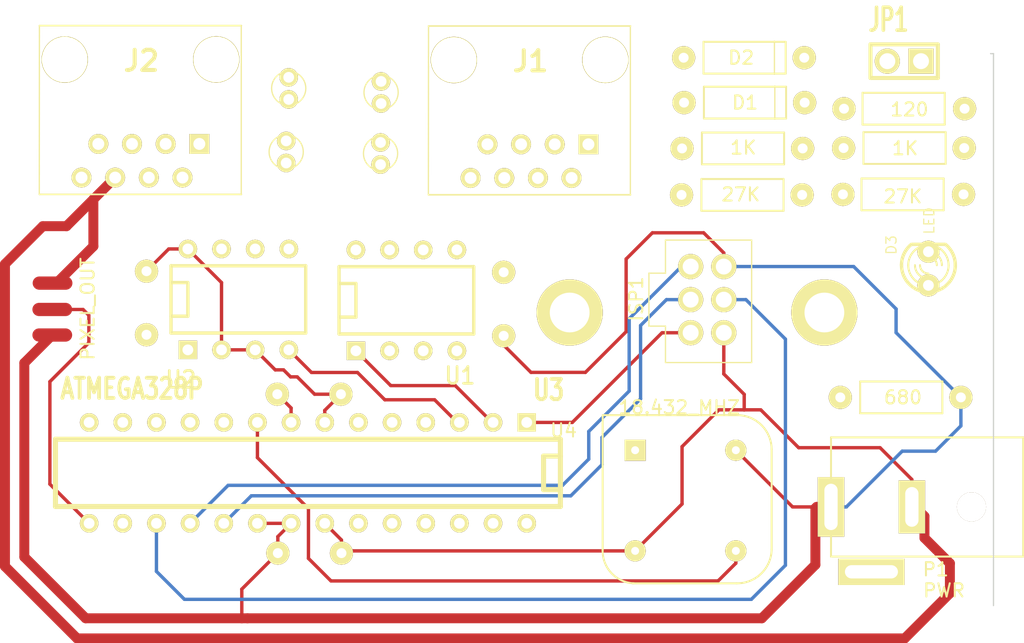
<source format=kicad_pcb>
(kicad_pcb (version 3) (host pcbnew "(2013-07-07 BZR 4022)-stable")

  (general
    (links 72)
    (no_connects 44)
    (area 0 0 0 0)
    (thickness 1.6)
    (drawings 2)
    (tracks 131)
    (zones 0)
    (modules 29)
    (nets 22)
  )

  (page A3)
  (layers
    (15 F.Cu signal)
    (0 B.Cu signal)
    (16 B.Adhes user)
    (17 F.Adhes user)
    (18 B.Paste user)
    (19 F.Paste user)
    (20 B.SilkS user)
    (21 F.SilkS user)
    (22 B.Mask user)
    (23 F.Mask user)
    (24 Dwgs.User user)
    (25 Cmts.User user)
    (26 Eco1.User user)
    (27 Eco2.User user)
    (28 Edge.Cuts user)
  )

  (setup
    (last_trace_width 0.254)
    (user_trace_width 0.5)
    (user_trace_width 0.75)
    (user_trace_width 1.2)
    (user_trace_width 2)
    (user_trace_width 3.5)
    (user_trace_width 4)
    (trace_clearance 0.254)
    (zone_clearance 0.508)
    (zone_45_only no)
    (trace_min 0.254)
    (segment_width 0.2)
    (edge_width 0.1)
    (via_size 0.889)
    (via_drill 0.635)
    (via_min_size 0.889)
    (via_min_drill 0.508)
    (user_via 1 0.8)
    (user_via 2.75 2.5)
    (uvia_size 0.508)
    (uvia_drill 0.127)
    (uvias_allowed no)
    (uvia_min_size 0.508)
    (uvia_min_drill 0.127)
    (pcb_text_width 0.3)
    (pcb_text_size 1.5 1.5)
    (mod_edge_width 0.15)
    (mod_text_size 1 1)
    (mod_text_width 0.15)
    (pad_size 5 5)
    (pad_drill 3)
    (pad_to_mask_clearance 0)
    (aux_axis_origin 0 0)
    (visible_elements FFFFFFBF)
    (pcbplotparams
      (layerselection 3178497)
      (usegerberextensions true)
      (excludeedgelayer true)
      (linewidth 0.150000)
      (plotframeref false)
      (viasonmask false)
      (mode 1)
      (useauxorigin false)
      (hpglpennumber 1)
      (hpglpenspeed 20)
      (hpglpendiameter 15)
      (hpglpenoverlay 2)
      (psnegative false)
      (psa4output false)
      (plotreference true)
      (plotvalue true)
      (plotothertext true)
      (plotinvisibletext false)
      (padsonsilk false)
      (subtractmaskfromsilk false)
      (outputformat 1)
      (mirror false)
      (drillshape 1)
      (scaleselection 1)
      (outputdirectory ""))
  )

  (net 0 "")
  (net 1 +5V)
  (net 2 GND)
  (net 3 N-000001)
  (net 4 N-0000010)
  (net 5 N-0000011)
  (net 6 N-0000013)
  (net 7 N-0000015)
  (net 8 N-0000016)
  (net 9 N-0000017)
  (net 10 N-0000018)
  (net 11 N-0000019)
  (net 12 N-000002)
  (net 13 N-0000020)
  (net 14 N-0000022)
  (net 15 N-000003)
  (net 16 N-000004)
  (net 17 N-000005)
  (net 18 N-000006)
  (net 19 N-000007)
  (net 20 N-000008)
  (net 21 N-000009)

  (net_class Default "This is the default net class."
    (clearance 0.254)
    (trace_width 0.254)
    (via_dia 0.889)
    (via_drill 0.635)
    (uvia_dia 0.508)
    (uvia_drill 0.127)
    (add_net "")
    (add_net +5V)
    (add_net GND)
    (add_net N-000001)
    (add_net N-0000010)
    (add_net N-0000011)
    (add_net N-0000013)
    (add_net N-0000015)
    (add_net N-0000016)
    (add_net N-0000017)
    (add_net N-0000018)
    (add_net N-0000019)
    (add_net N-000002)
    (add_net N-0000020)
    (add_net N-0000022)
    (add_net N-000003)
    (add_net N-000004)
    (add_net N-000005)
    (add_net N-000006)
    (add_net N-000007)
    (add_net N-000008)
    (add_net N-000009)
  )

  (module TESTPOINT-CIRCLE (layer F.Cu) (tedit 5422399F) (tstamp 556A7E1D)
    (at 179.26 141.35 90)
    (descr "Connecteurs 2 pins")
    (tags "CONN DEV")
    (path /556063E0)
    (fp_text reference TP2 (at 0 -1.524 90) (layer F.SilkS) hide
      (effects (font (size 0.762 0.762) (thickness 0.1524)))
    )
    (fp_text value TESTPOINT (at 0.127 1.524 90) (layer F.SilkS) hide
      (effects (font (size 0.762 0.762) (thickness 0.1524)))
    )
    (fp_circle (center 0.01 0) (end -1.28 -0.01) (layer F.SilkS) (width 0.1))
    (pad 1 thru_hole circle (at -0.83 0 90) (size 1.397 1.397) (drill 0.8128)
      (layers *.Cu *.Mask F.SilkS)
      (net 7 N-0000015)
    )
    (pad 1 thru_hole circle (at 0.84 0 90) (size 1.397 1.397) (drill 0.8128)
      (layers *.Cu *.Mask F.SilkS)
      (net 7 N-0000015)
    )
    (model connectors/testpoint.wrl
      (at (xyz 0 0 0))
      (scale (xyz 1 1 1))
      (rotate (xyz 0 0 0))
    )
  )

  (module TESTPOINT-CIRCLE (layer F.Cu) (tedit 5422399F) (tstamp 556A7E24)
    (at 179.07 146.15 90)
    (descr "Connecteurs 2 pins")
    (tags "CONN DEV")
    (path /556063DA)
    (fp_text reference TP1 (at 0 -1.524 90) (layer F.SilkS) hide
      (effects (font (size 0.762 0.762) (thickness 0.1524)))
    )
    (fp_text value TESTPOINT (at 0.127 1.524 90) (layer F.SilkS) hide
      (effects (font (size 0.762 0.762) (thickness 0.1524)))
    )
    (fp_circle (center 0.01 0) (end -1.28 -0.01) (layer F.SilkS) (width 0.1))
    (pad 1 thru_hole circle (at -0.83 0 90) (size 1.397 1.397) (drill 0.8128)
      (layers *.Cu *.Mask F.SilkS)
      (net 4 N-0000010)
    )
    (pad 1 thru_hole circle (at 0.84 0 90) (size 1.397 1.397) (drill 0.8128)
      (layers *.Cu *.Mask F.SilkS)
      (net 4 N-0000010)
    )
    (model connectors/testpoint.wrl
      (at (xyz 0 0 0))
      (scale (xyz 1 1 1))
      (rotate (xyz 0 0 0))
    )
  )

  (module TESTPOINT-CIRCLE (layer F.Cu) (tedit 5422399F) (tstamp 556A7E2B)
    (at 186.23 141.66 90)
    (descr "Connecteurs 2 pins")
    (tags "CONN DEV")
    (path /55605EB1)
    (fp_text reference TP4 (at 0 -1.524 90) (layer F.SilkS) hide
      (effects (font (size 0.762 0.762) (thickness 0.1524)))
    )
    (fp_text value TESTPOINT (at 0.127 1.524 90) (layer F.SilkS) hide
      (effects (font (size 0.762 0.762) (thickness 0.1524)))
    )
    (fp_circle (center 0.01 0) (end -1.28 -0.01) (layer F.SilkS) (width 0.1))
    (pad 1 thru_hole circle (at -0.83 0 90) (size 1.397 1.397) (drill 0.8128)
      (layers *.Cu *.Mask F.SilkS)
      (net 5 N-0000011)
    )
    (pad 1 thru_hole circle (at 0.84 0 90) (size 1.397 1.397) (drill 0.8128)
      (layers *.Cu *.Mask F.SilkS)
      (net 5 N-0000011)
    )
    (model connectors/testpoint.wrl
      (at (xyz 0 0 0))
      (scale (xyz 1 1 1))
      (rotate (xyz 0 0 0))
    )
  )

  (module TESTPOINT-CIRCLE (layer F.Cu) (tedit 5422399F) (tstamp 556A7E32)
    (at 186.19 146.27 90)
    (descr "Connecteurs 2 pins")
    (tags "CONN DEV")
    (path /55605E9A)
    (fp_text reference TP3 (at 0 -1.524 90) (layer F.SilkS) hide
      (effects (font (size 0.762 0.762) (thickness 0.1524)))
    )
    (fp_text value TESTPOINT (at 0.127 1.524 90) (layer F.SilkS) hide
      (effects (font (size 0.762 0.762) (thickness 0.1524)))
    )
    (fp_circle (center 0.01 0) (end -1.28 -0.01) (layer F.SilkS) (width 0.1))
    (pad 1 thru_hole circle (at -0.83 0 90) (size 1.397 1.397) (drill 0.8128)
      (layers *.Cu *.Mask F.SilkS)
      (net 19 N-000007)
    )
    (pad 1 thru_hole circle (at 0.84 0 90) (size 1.397 1.397) (drill 0.8128)
      (layers *.Cu *.Mask F.SilkS)
      (net 19 N-000007)
    )
    (model connectors/testpoint.wrl
      (at (xyz 0 0 0))
      (scale (xyz 1 1 1))
      (rotate (xyz 0 0 0))
    )
  )

  (module RJ45_8_SHORT (layer F.Cu) (tedit 5422258F) (tstamp 556A7E44)
    (at 168.07 139.19 180)
    (tags RJ45)
    (path /556017D8)
    (fp_text reference J2 (at -0.075 -0.075 180) (layer F.SilkS)
      (effects (font (size 1.524 1.524) (thickness 0.3048)))
    )
    (fp_text value 215877-1 (at 0.04 -11.28 180) (layer F.SilkS) hide
      (effects (font (size 1.00076 1.00076) (thickness 0.2032)))
    )
    (fp_line (start -7.61 2.58) (end -7.61 -10.18) (layer F.SilkS) (width 0.1))
    (fp_line (start 7.62 2.58) (end 7.63 -10.17) (layer F.SilkS) (width 0.1))
    (fp_line (start -7.62 2.584) (end 7.62 2.584) (layer F.SilkS) (width 0.127))
    (fp_line (start 7.62 -10.16) (end -7.62 -10.16) (layer F.SilkS) (width 0.127))
    (pad Hole thru_hole circle (at 5.71 0.02 180) (size 3.5 3.5) (drill 3.4)
      (layers *.Cu *.Mask F.SilkS)
    )
    (pad Hole thru_hole circle (at -5.72 0.03 180) (size 3.5 3.5) (drill 3.4)
      (layers *.Cu *.Mask F.SilkS)
    )
    (pad 1 thru_hole rect (at -4.445 -6.35 180) (size 1.50114 1.50114) (drill 0.89916)
      (layers *.Cu *.Mask F.SilkS)
      (net 2 GND)
    )
    (pad 2 thru_hole circle (at -3.175 -8.89 180) (size 1.50114 1.50114) (drill 0.89916)
      (layers *.Cu *.Mask F.SilkS)
      (net 2 GND)
    )
    (pad 3 thru_hole circle (at -1.905 -6.35 180) (size 1.50114 1.50114) (drill 0.89916)
      (layers *.Cu *.Mask F.SilkS)
      (net 21 N-000009)
    )
    (pad 4 thru_hole circle (at -0.635 -8.89 180) (size 1.50114 1.50114) (drill 0.89916)
      (layers *.Cu *.Mask F.SilkS)
      (net 7 N-0000015)
    )
    (pad 5 thru_hole circle (at 0.635 -6.35 180) (size 1.50114 1.50114) (drill 0.89916)
      (layers *.Cu *.Mask F.SilkS)
      (net 4 N-0000010)
    )
    (pad 6 thru_hole circle (at 1.905 -8.89 180) (size 1.50114 1.50114) (drill 0.89916)
      (layers *.Cu *.Mask F.SilkS)
      (net 2 GND)
    )
    (pad 7 thru_hole circle (at 3.175 -6.35 180) (size 1.50114 1.50114) (drill 0.89916)
      (layers *.Cu *.Mask F.SilkS)
      (net 14 N-0000022)
    )
    (pad 8 thru_hole circle (at 4.445 -8.89 180) (size 1.50114 1.50114) (drill 0.89916)
      (layers *.Cu *.Mask F.SilkS)
      (net 14 N-0000022)
    )
    (model connectors/RJ45_8.wrl
      (at (xyz 0 0 0))
      (scale (xyz 0.4 0.4 0.4))
      (rotate (xyz 0 0 0))
    )
  )

  (module RJ45_8_SHORT (layer F.Cu) (tedit 5422258F) (tstamp 556A7E56)
    (at 197.43 139.22 180)
    (tags RJ45)
    (path /556017C9)
    (fp_text reference J1 (at -0.075 -0.075 180) (layer F.SilkS)
      (effects (font (size 1.524 1.524) (thickness 0.3048)))
    )
    (fp_text value 215877-1 (at 0.04 -11.28 180) (layer F.SilkS) hide
      (effects (font (size 1.00076 1.00076) (thickness 0.2032)))
    )
    (fp_line (start -7.61 2.58) (end -7.61 -10.18) (layer F.SilkS) (width 0.1))
    (fp_line (start 7.62 2.58) (end 7.63 -10.17) (layer F.SilkS) (width 0.1))
    (fp_line (start -7.62 2.584) (end 7.62 2.584) (layer F.SilkS) (width 0.127))
    (fp_line (start 7.62 -10.16) (end -7.62 -10.16) (layer F.SilkS) (width 0.127))
    (pad Hole thru_hole circle (at 5.71 0.02 180) (size 3.5 3.5) (drill 3.4)
      (layers *.Cu *.Mask F.SilkS)
    )
    (pad Hole thru_hole circle (at -5.72 0.03 180) (size 3.5 3.5) (drill 3.4)
      (layers *.Cu *.Mask F.SilkS)
    )
    (pad 1 thru_hole rect (at -4.445 -6.35 180) (size 1.50114 1.50114) (drill 0.89916)
      (layers *.Cu *.Mask F.SilkS)
      (net 2 GND)
    )
    (pad 2 thru_hole circle (at -3.175 -8.89 180) (size 1.50114 1.50114) (drill 0.89916)
      (layers *.Cu *.Mask F.SilkS)
      (net 2 GND)
    )
    (pad 3 thru_hole circle (at -1.905 -6.35 180) (size 1.50114 1.50114) (drill 0.89916)
      (layers *.Cu *.Mask F.SilkS)
      (net 21 N-000009)
    )
    (pad 4 thru_hole circle (at -0.635 -8.89 180) (size 1.50114 1.50114) (drill 0.89916)
      (layers *.Cu *.Mask F.SilkS)
      (net 11 N-0000019)
    )
    (pad 5 thru_hole circle (at 0.635 -6.35 180) (size 1.50114 1.50114) (drill 0.89916)
      (layers *.Cu *.Mask F.SilkS)
      (net 13 N-0000020)
    )
    (pad 6 thru_hole circle (at 1.905 -8.89 180) (size 1.50114 1.50114) (drill 0.89916)
      (layers *.Cu *.Mask F.SilkS)
      (net 2 GND)
    )
    (pad 7 thru_hole circle (at 3.175 -6.35 180) (size 1.50114 1.50114) (drill 0.89916)
      (layers *.Cu *.Mask F.SilkS)
      (net 14 N-0000022)
    )
    (pad 8 thru_hole circle (at 4.445 -8.89 180) (size 1.50114 1.50114) (drill 0.89916)
      (layers *.Cu *.Mask F.SilkS)
      (net 14 N-0000022)
    )
    (model connectors/RJ45_8.wrl
      (at (xyz 0 0 0))
      (scale (xyz 0.4 0.4 0.4))
      (rotate (xyz 0 0 0))
    )
  )

  (module Resisitor (layer F.Cu) (tedit 556A81E3) (tstamp 556A7E60)
    (at 225.58 149.35 180)
    (path /556017F1)
    (fp_text reference R2 (at 0 2.2 180) (layer F.SilkS) hide
      (effects (font (size 1 1) (thickness 0.15)))
    )
    (fp_text value 27K (at -0.02 -0.16 180) (layer F.SilkS)
      (effects (font (size 1 1) (thickness 0.15)))
    )
    (fp_line (start 3.1 1.2) (end 3.1 -1.2) (layer F.SilkS) (width 0.15))
    (fp_line (start -3.1 1.2) (end -3.1 -1.2) (layer F.SilkS) (width 0.15))
    (fp_line (start -3.1 1.2) (end 3.1 1.2) (layer F.SilkS) (width 0.15))
    (fp_line (start 3.1 -1.2) (end -3.1 -1.2) (layer F.SilkS) (width 0.15))
    (pad 1 thru_hole circle (at -4.6 0 180) (size 1.75 1.75) (drill 0.75)
      (layers *.Cu *.Mask F.SilkS)
      (net 1 +5V)
    )
    (pad 2 thru_hole circle (at 4.5 0 180) (size 1.75 1.75) (drill 0.75)
      (layers *.Cu *.Mask F.SilkS)
      (net 19 N-000007)
    )
  )

  (module Resisitor (layer F.Cu) (tedit 556A81E5) (tstamp 556A7E6A)
    (at 225.73 145.85)
    (path /556017FE)
    (fp_text reference R3 (at 0 2.2) (layer F.SilkS) hide
      (effects (font (size 1 1) (thickness 0.15)))
    )
    (fp_text value 1K (at 0.04 0.02) (layer F.SilkS)
      (effects (font (size 1 1) (thickness 0.15)))
    )
    (fp_line (start 3.1 1.2) (end 3.1 -1.2) (layer F.SilkS) (width 0.15))
    (fp_line (start -3.1 1.2) (end -3.1 -1.2) (layer F.SilkS) (width 0.15))
    (fp_line (start -3.1 1.2) (end 3.1 1.2) (layer F.SilkS) (width 0.15))
    (fp_line (start 3.1 -1.2) (end -3.1 -1.2) (layer F.SilkS) (width 0.15))
    (pad 1 thru_hole circle (at -4.6 0) (size 1.75 1.75) (drill 0.75)
      (layers *.Cu *.Mask F.SilkS)
      (net 19 N-000007)
    )
    (pad 2 thru_hole circle (at 4.5 0) (size 1.75 1.75) (drill 0.75)
      (layers *.Cu *.Mask F.SilkS)
      (net 13 N-0000020)
    )
  )

  (module Resisitor (layer F.Cu) (tedit 556A81E7) (tstamp 556A7E74)
    (at 213.54 145.88)
    (path /55601804)
    (fp_text reference R4 (at 0 2.2) (layer F.SilkS) hide
      (effects (font (size 1 1) (thickness 0.15)))
    )
    (fp_text value 1K (at 0.02 -0.06) (layer F.SilkS)
      (effects (font (size 1 1) (thickness 0.15)))
    )
    (fp_line (start 3.1 1.2) (end 3.1 -1.2) (layer F.SilkS) (width 0.15))
    (fp_line (start -3.1 1.2) (end -3.1 -1.2) (layer F.SilkS) (width 0.15))
    (fp_line (start -3.1 1.2) (end 3.1 1.2) (layer F.SilkS) (width 0.15))
    (fp_line (start 3.1 -1.2) (end -3.1 -1.2) (layer F.SilkS) (width 0.15))
    (pad 1 thru_hole circle (at -4.6 0) (size 1.75 1.75) (drill 0.75)
      (layers *.Cu *.Mask F.SilkS)
      (net 11 N-0000019)
    )
    (pad 2 thru_hole circle (at 4.5 0) (size 1.75 1.75) (drill 0.75)
      (layers *.Cu *.Mask F.SilkS)
      (net 5 N-0000011)
    )
  )

  (module Resisitor (layer F.Cu) (tedit 556A81E9) (tstamp 556A7E7E)
    (at 213.5 149.39)
    (path /5560180A)
    (fp_text reference R5 (at 0 2.2) (layer F.SilkS) hide
      (effects (font (size 1 1) (thickness 0.15)))
    )
    (fp_text value 27K (at -0.13 -0.03) (layer F.SilkS)
      (effects (font (size 1 1) (thickness 0.15)))
    )
    (fp_line (start 3.1 1.2) (end 3.1 -1.2) (layer F.SilkS) (width 0.15))
    (fp_line (start -3.1 1.2) (end -3.1 -1.2) (layer F.SilkS) (width 0.15))
    (fp_line (start -3.1 1.2) (end 3.1 1.2) (layer F.SilkS) (width 0.15))
    (fp_line (start 3.1 -1.2) (end -3.1 -1.2) (layer F.SilkS) (width 0.15))
    (pad 1 thru_hole circle (at -4.6 0) (size 1.75 1.75) (drill 0.75)
      (layers *.Cu *.Mask F.SilkS)
      (net 5 N-0000011)
    )
    (pad 2 thru_hole circle (at 4.5 0) (size 1.75 1.75) (drill 0.75)
      (layers *.Cu *.Mask F.SilkS)
      (net 2 GND)
    )
  )

  (module Resisitor (layer F.Cu) (tedit 556A8795) (tstamp 556A7E88)
    (at 225.66 142.88 180)
    (path /55601964)
    (fp_text reference R1 (at 0 2.2 180) (layer F.SilkS) hide
      (effects (font (size 1 1) (thickness 0.15)))
    )
    (fp_text value 120 (at -0.44 -0.06 180) (layer F.SilkS)
      (effects (font (size 1 1) (thickness 0.15)))
    )
    (fp_line (start 3.1 1.2) (end 3.1 -1.2) (layer F.SilkS) (width 0.15))
    (fp_line (start -3.1 1.2) (end -3.1 -1.2) (layer F.SilkS) (width 0.15))
    (fp_line (start -3.1 1.2) (end 3.1 1.2) (layer F.SilkS) (width 0.15))
    (fp_line (start 3.1 -1.2) (end -3.1 -1.2) (layer F.SilkS) (width 0.15))
    (pad 1 thru_hole circle (at -4.6 0 180) (size 1.75 1.75) (drill 0.75)
      (layers *.Cu *.Mask F.SilkS)
      (net 13 N-0000020)
    )
    (pad 2 thru_hole circle (at 4.5 0 180) (size 1.75 1.75) (drill 0.75)
      (layers *.Cu *.Mask F.SilkS)
      (net 18 N-000006)
    )
  )

  (module Resisitor (layer F.Cu) (tedit 556A81D8) (tstamp 556A7E92)
    (at 225.48 164.68)
    (path /55603BF8)
    (fp_text reference R6 (at 0 2.2) (layer F.SilkS) hide
      (effects (font (size 1 1) (thickness 0.15)))
    )
    (fp_text value 680 (at 0.13 0) (layer F.SilkS)
      (effects (font (size 1 1) (thickness 0.15)))
    )
    (fp_line (start 3.1 1.2) (end 3.1 -1.2) (layer F.SilkS) (width 0.15))
    (fp_line (start -3.1 1.2) (end -3.1 -1.2) (layer F.SilkS) (width 0.15))
    (fp_line (start -3.1 1.2) (end 3.1 1.2) (layer F.SilkS) (width 0.15))
    (fp_line (start 3.1 -1.2) (end -3.1 -1.2) (layer F.SilkS) (width 0.15))
    (pad 1 thru_hole circle (at -4.6 0) (size 1.75 1.75) (drill 0.75)
      (layers *.Cu *.Mask F.SilkS)
      (net 10 N-0000018)
    )
    (pad 2 thru_hole circle (at 4.5 0) (size 1.75 1.75) (drill 0.75)
      (layers *.Cu *.Mask F.SilkS)
      (net 1 +5V)
    )
  )

  (module POWER_IN (layer F.Cu) (tedit 556A81D3) (tstamp 556A7E9E)
    (at 227.38 176.02 180)
    (path /5560409D)
    (fp_text reference P1 (at -0.7 -1.65 180) (layer F.SilkS)
      (effects (font (size 1 1) (thickness 0.15)))
    )
    (fp_text value PWR (at -1.33 -3.24 180) (layer F.SilkS)
      (effects (font (size 1 1) (thickness 0.15)))
    )
    (fp_line (start 7.2 8.32) (end 7.2 -0.68) (layer F.SilkS) (width 0.15))
    (fp_line (start 7.2 8.32) (end -7.3 8.32) (layer F.SilkS) (width 0.15))
    (fp_line (start -7.3 8.32) (end -7.3 -0.68) (layer F.SilkS) (width 0.15))
    (fp_line (start -7.3 -0.68) (end 7.2 -0.68) (layer F.SilkS) (width 0.15))
    (pad "" thru_hole rect (at 4.15 -1.83 180) (size 5 2) (drill oval 4 1)
      (layers *.Cu *.Mask F.SilkS)
    )
    (pad 1 thru_hole rect (at 7.2 3.07 180) (size 2 4.5) (drill oval 1 3.5)
      (layers *.Cu *.Mask F.SilkS)
      (net 1 +5V)
    )
    (pad 2 thru_hole rect (at 1.1 3.07 180) (size 2 4) (drill oval 1 3)
      (layers *.Cu *.Mask F.SilkS)
      (net 2 GND)
    )
    (pad "" thru_hole circle (at -3.4 3.07 180) (size 2.2 2.2) (drill 2.2)
      (layers *.Cu *.Mask F.SilkS)
    )
  )

  (module LED-3MM (layer F.Cu) (tedit 556A81D6) (tstamp 556A7EBE)
    (at 227.53 154.95 90)
    (descr "LED 3mm - Lead pitch 100mil (2,54mm)")
    (tags "LED led 3mm 3MM 100mil 2,54mm")
    (path /55603AB2)
    (fp_text reference D3 (at 1.778 -2.794 90) (layer F.SilkS)
      (effects (font (size 0.762 0.762) (thickness 0.0889)))
    )
    (fp_text value LED (at 3.61 0.06 90) (layer F.SilkS)
      (effects (font (size 0.762 0.762) (thickness 0.0889)))
    )
    (fp_line (start 1.8288 1.27) (end 1.8288 -1.27) (layer F.SilkS) (width 0.254))
    (fp_arc (start 0.254 0) (end -1.27 0) (angle 39.8) (layer F.SilkS) (width 0.1524))
    (fp_arc (start 0.254 0) (end -0.88392 1.01092) (angle 41.6) (layer F.SilkS) (width 0.1524))
    (fp_arc (start 0.254 0) (end 1.4097 -0.9906) (angle 40.6) (layer F.SilkS) (width 0.1524))
    (fp_arc (start 0.254 0) (end 1.778 0) (angle 39.8) (layer F.SilkS) (width 0.1524))
    (fp_arc (start 0.254 0) (end 0.254 -1.524) (angle 54.4) (layer F.SilkS) (width 0.1524))
    (fp_arc (start 0.254 0) (end -0.9652 -0.9144) (angle 53.1) (layer F.SilkS) (width 0.1524))
    (fp_arc (start 0.254 0) (end 1.45542 0.93472) (angle 52.1) (layer F.SilkS) (width 0.1524))
    (fp_arc (start 0.254 0) (end 0.254 1.524) (angle 52.1) (layer F.SilkS) (width 0.1524))
    (fp_arc (start 0.254 0) (end -0.381 0) (angle 90) (layer F.SilkS) (width 0.1524))
    (fp_arc (start 0.254 0) (end -0.762 0) (angle 90) (layer F.SilkS) (width 0.1524))
    (fp_arc (start 0.254 0) (end 0.889 0) (angle 90) (layer F.SilkS) (width 0.1524))
    (fp_arc (start 0.254 0) (end 1.27 0) (angle 90) (layer F.SilkS) (width 0.1524))
    (fp_arc (start 0.254 0) (end 0.254 -2.032) (angle 50.1) (layer F.SilkS) (width 0.254))
    (fp_arc (start 0.254 0) (end -1.5367 -0.95504) (angle 61.9) (layer F.SilkS) (width 0.254))
    (fp_arc (start 0.254 0) (end 1.8034 1.31064) (angle 49.7) (layer F.SilkS) (width 0.254))
    (fp_arc (start 0.254 0) (end 0.254 2.032) (angle 60.2) (layer F.SilkS) (width 0.254))
    (fp_arc (start 0.254 0) (end -1.778 0) (angle 28.3) (layer F.SilkS) (width 0.254))
    (fp_arc (start 0.254 0) (end -1.47574 1.06426) (angle 31.6) (layer F.SilkS) (width 0.254))
    (pad 1 thru_hole circle (at -1.27 0 90) (size 1.6764 1.6764) (drill 0.8128)
      (layers *.Cu *.Mask F.SilkS)
      (net 10 N-0000018)
    )
    (pad 2 thru_hole circle (at 1.27 0 90) (size 1.6764 1.6764) (drill 0.8128)
      (layers *.Cu *.Mask F.SilkS)
      (net 2 GND)
    )
    (model discret/leds/led3_vertical_verde.wrl
      (at (xyz 0 0 0))
      (scale (xyz 1 1 1))
      (rotate (xyz 0 0 0))
    )
  )

  (module JUMPER (layer F.Cu) (tedit 556A81DD) (tstamp 556A7EC8)
    (at 225.7 139.29 180)
    (descr "Connecteurs 2 pins")
    (tags "CONN DEV")
    (path /5560196C)
    (fp_text reference JP1 (at 1.18 3.13 180) (layer F.SilkS)
      (effects (font (size 1.72974 1.08712) (thickness 0.3048)))
    )
    (fp_text value JUMPER (at 0 -2.54 180) (layer F.SilkS) hide
      (effects (font (size 1.524 1.016) (thickness 0.3048)))
    )
    (fp_line (start -2.54 1.27) (end -2.54 -1.27) (layer F.SilkS) (width 0.3048))
    (fp_line (start -2.54 -1.27) (end 2.54 -1.27) (layer F.SilkS) (width 0.3048))
    (fp_line (start 2.54 -1.27) (end 2.54 1.27) (layer F.SilkS) (width 0.3048))
    (fp_line (start 2.54 1.27) (end -2.54 1.27) (layer F.SilkS) (width 0.3048))
    (pad 1 thru_hole rect (at -1.27 0 180) (size 1.9 1.9) (drill 1.2)
      (layers *.Cu *.Mask F.SilkS)
      (net 18 N-000006)
    )
    (pad 2 thru_hole circle (at 1.27 0 180) (size 1.9 1.9) (drill 1.2)
      (layers *.Cu *.Mask F.SilkS)
      (net 11 N-0000019)
    )
  )

  (module ISP (layer F.Cu) (tedit 556A81A9) (tstamp 556A7EDB)
    (at 210.69 157.8 90)
    (path /55601846)
    (fp_text reference ISP1 (at 0.55 -5.21 90) (layer F.SilkS)
      (effects (font (size 1 1) (thickness 0.15)))
    )
    (fp_text value ISP (at 0 -4.1 90) (layer F.SilkS) hide
      (effects (font (size 1 1) (thickness 0.15)))
    )
    (fp_line (start -1.5 -4.25) (end 2.5 -4.25) (layer F.SilkS) (width 0.1))
    (fp_line (start 2.5 -4.25) (end 2.5 -3) (layer F.SilkS) (width 0.1))
    (fp_line (start 2.5 -3) (end 5 -3) (layer F.SilkS) (width 0.1))
    (fp_line (start -2 -3) (end -1.5 -3) (layer F.SilkS) (width 0.1))
    (fp_line (start -1.5 -3) (end -1.5 -4.25) (layer F.SilkS) (width 0.1))
    (fp_line (start -2 -3) (end -4.25 -3) (layer F.SilkS) (width 0.1))
    (fp_line (start -4.25 -3) (end -4.25 3.5) (layer F.SilkS) (width 0.1))
    (fp_line (start -4.25 3.5) (end 5 3.5) (layer F.SilkS) (width 0.1))
    (fp_line (start 5 3.5) (end 5 -3) (layer F.SilkS) (width 0.1))
    (pad 1 thru_hole circle (at 3 -1.1 90) (size 1.9 1.9) (drill 1.2)
      (layers *.Cu *.Mask F.SilkS)
      (net 3 N-000001)
    )
    (pad 3 thru_hole circle (at 0.5 -1.1 90) (size 1.9 1.9) (drill 1.2)
      (layers *.Cu *.Mask F.SilkS)
      (net 9 N-0000017)
    )
    (pad 5 thru_hole circle (at -2 -1.1 90) (size 1.9 1.9) (drill 1.2)
      (layers *.Cu *.Mask F.SilkS)
      (net 12 N-000002)
    )
    (pad 2 thru_hole circle (at 3 1.4 90) (size 1.9 1.9) (drill 1.2)
      (layers *.Cu *.Mask F.SilkS)
      (net 1 +5V)
    )
    (pad 4 thru_hole circle (at 0.5 1.4 90) (size 1.9 1.9) (drill 1.2)
      (layers *.Cu *.Mask F.SilkS)
      (net 8 N-0000016)
    )
    (pad 6 thru_hole circle (at -2 1.4 90) (size 1.9 1.9) (drill 1.2)
      (layers *.Cu *.Mask F.SilkS)
      (net 2 GND)
    )
  )

  (module DIP-8__300 (layer F.Cu) (tedit 556A8841) (tstamp 556A7EEE)
    (at 175.46 157.28)
    (descr "8 pins DIL package, round pads")
    (tags DIL)
    (path /5560183E)
    (fp_text reference U2 (at -4.34 6.06) (layer F.SilkS)
      (effects (font (size 1.27 1.143) (thickness 0.2032)))
    )
    (fp_text value SN65LBC176AP (at 0.48 5.77) (layer F.SilkS) hide
      (effects (font (size 1.27 1.016) (thickness 0.2032)))
    )
    (fp_line (start -5.08 -1.27) (end -3.81 -1.27) (layer F.SilkS) (width 0.254))
    (fp_line (start -3.81 -1.27) (end -3.81 1.27) (layer F.SilkS) (width 0.254))
    (fp_line (start -3.81 1.27) (end -5.08 1.27) (layer F.SilkS) (width 0.254))
    (fp_line (start -5.08 -2.54) (end 5.08 -2.54) (layer F.SilkS) (width 0.254))
    (fp_line (start 5.08 -2.54) (end 5.08 2.54) (layer F.SilkS) (width 0.254))
    (fp_line (start 5.08 2.54) (end -5.08 2.54) (layer F.SilkS) (width 0.254))
    (fp_line (start -5.08 2.54) (end -5.08 -2.54) (layer F.SilkS) (width 0.254))
    (pad 1 thru_hole rect (at -3.81 3.81) (size 1.397 1.397) (drill 0.8128)
      (layers *.Cu *.Mask F.SilkS)
    )
    (pad 2 thru_hole circle (at -1.27 3.81) (size 1.397 1.397) (drill 0.8128)
      (layers *.Cu *.Mask F.SilkS)
      (net 1 +5V)
    )
    (pad 3 thru_hole circle (at 1.27 3.81) (size 1.397 1.397) (drill 0.8128)
      (layers *.Cu *.Mask F.SilkS)
      (net 1 +5V)
    )
    (pad 4 thru_hole circle (at 3.81 3.81) (size 1.397 1.397) (drill 0.8128)
      (layers *.Cu *.Mask F.SilkS)
      (net 16 N-000004)
    )
    (pad 5 thru_hole circle (at 3.81 -3.81) (size 1.397 1.397) (drill 0.8128)
      (layers *.Cu *.Mask F.SilkS)
      (net 2 GND)
    )
    (pad 6 thru_hole circle (at 1.27 -3.81) (size 1.397 1.397) (drill 0.8128)
      (layers *.Cu *.Mask F.SilkS)
      (net 4 N-0000010)
    )
    (pad 7 thru_hole circle (at -1.27 -3.81) (size 1.397 1.397) (drill 0.8128)
      (layers *.Cu *.Mask F.SilkS)
      (net 7 N-0000015)
    )
    (pad 8 thru_hole circle (at -3.81 -3.81) (size 1.397 1.397) (drill 0.8128)
      (layers *.Cu *.Mask F.SilkS)
      (net 1 +5V)
    )
    (model dil/dil_8.wrl
      (at (xyz 0 0 0))
      (scale (xyz 1 1 1))
      (rotate (xyz 0 0 0))
    )
  )

  (module DIP-8__300 (layer F.Cu) (tedit 556A81B2) (tstamp 556A7F01)
    (at 188.14 157.35)
    (descr "8 pins DIL package, round pads")
    (tags DIL)
    (path /55601831)
    (fp_text reference U1 (at 4.04 5.69) (layer F.SilkS)
      (effects (font (size 1.27 1.143) (thickness 0.2032)))
    )
    (fp_text value SN65LBC176AP (at 0 0) (layer F.SilkS) hide
      (effects (font (size 1.27 1.016) (thickness 0.2032)))
    )
    (fp_line (start -5.08 -1.27) (end -3.81 -1.27) (layer F.SilkS) (width 0.254))
    (fp_line (start -3.81 -1.27) (end -3.81 1.27) (layer F.SilkS) (width 0.254))
    (fp_line (start -3.81 1.27) (end -5.08 1.27) (layer F.SilkS) (width 0.254))
    (fp_line (start -5.08 -2.54) (end 5.08 -2.54) (layer F.SilkS) (width 0.254))
    (fp_line (start 5.08 -2.54) (end 5.08 2.54) (layer F.SilkS) (width 0.254))
    (fp_line (start 5.08 2.54) (end -5.08 2.54) (layer F.SilkS) (width 0.254))
    (fp_line (start -5.08 2.54) (end -5.08 -2.54) (layer F.SilkS) (width 0.254))
    (pad 1 thru_hole rect (at -3.81 3.81) (size 1.397 1.397) (drill 0.8128)
      (layers *.Cu *.Mask F.SilkS)
      (net 17 N-000005)
    )
    (pad 2 thru_hole circle (at -1.27 3.81) (size 1.397 1.397) (drill 0.8128)
      (layers *.Cu *.Mask F.SilkS)
      (net 2 GND)
    )
    (pad 3 thru_hole circle (at 1.27 3.81) (size 1.397 1.397) (drill 0.8128)
      (layers *.Cu *.Mask F.SilkS)
      (net 2 GND)
    )
    (pad 4 thru_hole circle (at 3.81 3.81) (size 1.397 1.397) (drill 0.8128)
      (layers *.Cu *.Mask F.SilkS)
    )
    (pad 5 thru_hole circle (at 3.81 -3.81) (size 1.397 1.397) (drill 0.8128)
      (layers *.Cu *.Mask F.SilkS)
      (net 2 GND)
    )
    (pad 6 thru_hole circle (at 1.27 -3.81) (size 1.397 1.397) (drill 0.8128)
      (layers *.Cu *.Mask F.SilkS)
      (net 19 N-000007)
    )
    (pad 7 thru_hole circle (at -1.27 -3.81) (size 1.397 1.397) (drill 0.8128)
      (layers *.Cu *.Mask F.SilkS)
      (net 5 N-0000011)
    )
    (pad 8 thru_hole circle (at -3.81 -3.81) (size 1.397 1.397) (drill 0.8128)
      (layers *.Cu *.Mask F.SilkS)
      (net 1 +5V)
    )
    (model dil/dil_8.wrl
      (at (xyz 0 0 0))
      (scale (xyz 1 1 1))
      (rotate (xyz 0 0 0))
    )
  )

  (module DIP-28__300 (layer F.Cu) (tedit 556A86D9) (tstamp 556A7F28)
    (at 180.71 170.38 180)
    (descr "28 pins DIL package, round pads, width 300mil")
    (tags DIL)
    (path /55602A34)
    (fp_text reference U3 (at -18.16 6.26 180) (layer F.SilkS)
      (effects (font (size 1.524 1.143) (thickness 0.3048)))
    )
    (fp_text value ATMEGA328P (at 13.28 6.35 180) (layer F.SilkS)
      (effects (font (size 1.524 1.143) (thickness 0.3048)))
    )
    (fp_line (start -19.05 -2.54) (end 19.05 -2.54) (layer F.SilkS) (width 0.381))
    (fp_line (start 19.05 -2.54) (end 19.05 2.54) (layer F.SilkS) (width 0.381))
    (fp_line (start 19.05 2.54) (end -19.05 2.54) (layer F.SilkS) (width 0.381))
    (fp_line (start -19.05 2.54) (end -19.05 -2.54) (layer F.SilkS) (width 0.381))
    (fp_line (start -19.05 -1.27) (end -17.78 -1.27) (layer F.SilkS) (width 0.381))
    (fp_line (start -17.78 -1.27) (end -17.78 1.27) (layer F.SilkS) (width 0.381))
    (fp_line (start -17.78 1.27) (end -19.05 1.27) (layer F.SilkS) (width 0.381))
    (pad 2 thru_hole circle (at -13.97 3.81 180) (size 1.397 1.397) (drill 0.8128)
      (layers *.Cu *.Mask F.SilkS)
      (net 17 N-000005)
    )
    (pad 3 thru_hole circle (at -11.43 3.81 180) (size 1.397 1.397) (drill 0.8128)
      (layers *.Cu *.Mask F.SilkS)
      (net 16 N-000004)
    )
    (pad 4 thru_hole circle (at -8.89 3.81 180) (size 1.397 1.397) (drill 0.8128)
      (layers *.Cu *.Mask F.SilkS)
    )
    (pad 5 thru_hole circle (at -6.35 3.81 180) (size 1.397 1.397) (drill 0.8128)
      (layers *.Cu *.Mask F.SilkS)
    )
    (pad 6 thru_hole circle (at -3.81 3.81 180) (size 1.397 1.397) (drill 0.8128)
      (layers *.Cu *.Mask F.SilkS)
    )
    (pad 7 thru_hole circle (at -1.27 3.81 180) (size 1.397 1.397) (drill 0.8128)
      (layers *.Cu *.Mask F.SilkS)
      (net 1 +5V)
    )
    (pad 8 thru_hole circle (at 1.27 3.81 180) (size 1.397 1.397) (drill 0.8128)
      (layers *.Cu *.Mask F.SilkS)
      (net 2 GND)
    )
    (pad 9 thru_hole circle (at 3.81 3.81 180) (size 1.397 1.397) (drill 0.8128)
      (layers *.Cu *.Mask F.SilkS)
      (net 15 N-000003)
    )
    (pad 10 thru_hole circle (at 6.35 3.81 180) (size 1.397 1.397) (drill 0.8128)
      (layers *.Cu *.Mask F.SilkS)
    )
    (pad 11 thru_hole circle (at 8.89 3.81 180) (size 1.397 1.397) (drill 0.8128)
      (layers *.Cu *.Mask F.SilkS)
    )
    (pad 12 thru_hole circle (at 11.43 3.81 180) (size 1.397 1.397) (drill 0.8128)
      (layers *.Cu *.Mask F.SilkS)
    )
    (pad 13 thru_hole circle (at 13.97 3.81 180) (size 1.397 1.397) (drill 0.8128)
      (layers *.Cu *.Mask F.SilkS)
    )
    (pad 14 thru_hole circle (at 16.51 3.81 180) (size 1.397 1.397) (drill 0.8128)
      (layers *.Cu *.Mask F.SilkS)
    )
    (pad 1 thru_hole rect (at -16.51 3.81 180) (size 1.397 1.397) (drill 0.8128)
      (layers *.Cu *.Mask F.SilkS)
      (net 12 N-000002)
    )
    (pad 15 thru_hole circle (at 16.51 -3.81 180) (size 1.397 1.397) (drill 0.8128)
      (layers *.Cu *.Mask F.SilkS)
      (net 6 N-0000013)
    )
    (pad 16 thru_hole circle (at 13.97 -3.81 180) (size 1.397 1.397) (drill 0.8128)
      (layers *.Cu *.Mask F.SilkS)
    )
    (pad 17 thru_hole circle (at 11.43 -3.81 180) (size 1.397 1.397) (drill 0.8128)
      (layers *.Cu *.Mask F.SilkS)
      (net 8 N-0000016)
    )
    (pad 18 thru_hole circle (at 8.89 -3.81 180) (size 1.397 1.397) (drill 0.8128)
      (layers *.Cu *.Mask F.SilkS)
      (net 3 N-000001)
    )
    (pad 19 thru_hole circle (at 6.35 -3.81 180) (size 1.397 1.397) (drill 0.8128)
      (layers *.Cu *.Mask F.SilkS)
      (net 9 N-0000017)
    )
    (pad 20 thru_hole circle (at 3.81 -3.81 180) (size 1.397 1.397) (drill 0.8128)
      (layers *.Cu *.Mask F.SilkS)
      (net 1 +5V)
    )
    (pad 21 thru_hole circle (at 1.27 -3.81 180) (size 1.397 1.397) (drill 0.8128)
      (layers *.Cu *.Mask F.SilkS)
      (net 1 +5V)
    )
    (pad 22 thru_hole circle (at -1.27 -3.81 180) (size 1.397 1.397) (drill 0.8128)
      (layers *.Cu *.Mask F.SilkS)
      (net 2 GND)
    )
    (pad 23 thru_hole circle (at -3.81 -3.81 180) (size 1.397 1.397) (drill 0.8128)
      (layers *.Cu *.Mask F.SilkS)
    )
    (pad 24 thru_hole circle (at -6.35 -3.81 180) (size 1.397 1.397) (drill 0.8128)
      (layers *.Cu *.Mask F.SilkS)
    )
    (pad 25 thru_hole circle (at -8.89 -3.81 180) (size 1.397 1.397) (drill 0.8128)
      (layers *.Cu *.Mask F.SilkS)
    )
    (pad 26 thru_hole circle (at -11.43 -3.81 180) (size 1.397 1.397) (drill 0.8128)
      (layers *.Cu *.Mask F.SilkS)
    )
    (pad 27 thru_hole circle (at -13.97 -3.81 180) (size 1.397 1.397) (drill 0.8128)
      (layers *.Cu *.Mask F.SilkS)
    )
    (pad 28 thru_hole circle (at -16.51 -3.81 180) (size 1.397 1.397) (drill 0.8128)
      (layers *.Cu *.Mask F.SilkS)
    )
    (model dil/dil_28-w300.wrl
      (at (xyz 0 0 0))
      (scale (xyz 1 1 1))
      (rotate (xyz 0 0 0))
    )
  )

  (module Diode (layer F.Cu) (tedit 556A80D7) (tstamp 556A7F33)
    (at 213.66 139.03)
    (path /5560181F)
    (fp_text reference D2 (at -0.26 0) (layer F.SilkS)
      (effects (font (size 1 1) (thickness 0.15)))
    )
    (fp_text value IN5229 (at 0 -2) (layer F.SilkS) hide
      (effects (font (size 1 1) (thickness 0.15)))
    )
    (fp_line (start 2.25 -1.25) (end 2.25 1.25) (layer F.SilkS) (width 0.1))
    (fp_line (start 3.1 1.2) (end 3.1 -1.2) (layer F.SilkS) (width 0.15))
    (fp_line (start -3.1 1.2) (end -3.1 -1.2) (layer F.SilkS) (width 0.15))
    (fp_line (start -3.1 1.2) (end 3.1 1.2) (layer F.SilkS) (width 0.15))
    (fp_line (start 3.1 -1.2) (end -3.1 -1.2) (layer F.SilkS) (width 0.15))
    (pad 1 thru_hole circle (at -4.6 0) (size 1.75 1.75) (drill 0.75)
      (layers *.Cu *.Mask F.SilkS)
      (net 20 N-000008)
    )
    (pad 2 thru_hole circle (at 4.5 0) (size 1.75 1.75) (drill 0.75)
      (layers *.Cu *.Mask F.SilkS)
      (net 2 GND)
    )
  )

  (module Diode (layer F.Cu) (tedit 540DAE41) (tstamp 556A7F3E)
    (at 213.69 142.42)
    (path /55601812)
    (fp_text reference D1 (at 0 0) (layer F.SilkS)
      (effects (font (size 1 1) (thickness 0.15)))
    )
    (fp_text value IN5239 (at 0 -2) (layer F.SilkS) hide
      (effects (font (size 1 1) (thickness 0.15)))
    )
    (fp_line (start 2.25 -1.25) (end 2.25 1.25) (layer F.SilkS) (width 0.1))
    (fp_line (start 3.1 1.2) (end 3.1 -1.2) (layer F.SilkS) (width 0.15))
    (fp_line (start -3.1 1.2) (end -3.1 -1.2) (layer F.SilkS) (width 0.15))
    (fp_line (start -3.1 1.2) (end 3.1 1.2) (layer F.SilkS) (width 0.15))
    (fp_line (start 3.1 -1.2) (end -3.1 -1.2) (layer F.SilkS) (width 0.15))
    (pad 1 thru_hole circle (at -4.6 0) (size 1.75 1.75) (drill 0.75)
      (layers *.Cu *.Mask F.SilkS)
      (net 20 N-000008)
    )
    (pad 2 thru_hole circle (at 4.5 0) (size 1.75 1.75) (drill 0.75)
      (layers *.Cu *.Mask F.SilkS)
      (net 5 N-0000011)
    )
  )

  (module 18.432MHz (layer F.Cu) (tedit 556A8744) (tstamp 556A7F4D)
    (at 209 172.02)
    (path /55601855)
    (fp_text reference U4 (at -9 -4.84) (layer F.SilkS)
      (effects (font (size 1 1) (thickness 0.15)))
    )
    (fp_text value 18.432_MHZ (at -0.27 -6.59) (layer F.SilkS)
      (effects (font (size 1 1) (thickness 0.15)))
    )
    (fp_line (start -6.05 4.2) (end -6.05 -6) (layer F.SilkS) (width 0.15))
    (fp_line (start 4.05 6.7) (end -3.8 6.7) (layer F.SilkS) (width 0.15))
    (fp_line (start 6.7 4.15) (end 6.7 -3.45) (layer F.SilkS) (width 0.15))
    (fp_line (start -6 -6) (end 4.2 -6) (layer F.SilkS) (width 0.15))
    (fp_arc (start 4.1 -3.4) (end 4.1 -6) (angle 90) (layer F.SilkS) (width 0.15))
    (fp_arc (start 4.1 4.1) (end 6.7 4.15) (angle 90) (layer F.SilkS) (width 0.15))
    (fp_arc (start -3.6 4.25) (end -3.7 6.7) (angle 90) (layer F.SilkS) (width 0.15))
    (pad 1 thru_hole rect (at -3.6 -3.35) (size 1.6 1.6) (drill 0.6)
      (layers *.Cu *.Mask F.SilkS)
    )
    (pad 4 thru_hole circle (at -3.6 4.25) (size 1.6 1.6) (drill 0.6)
      (layers *.Cu *.Mask F.SilkS)
      (net 2 GND)
    )
    (pad 8 thru_hole circle (at 4 -3.35) (size 1.6 1.6) (drill 0.6)
      (layers *.Cu *.Mask F.SilkS)
      (net 1 +5V)
    )
    (pad 5 thru_hole circle (at 4 4.25) (size 1.6 1.6) (drill 0.6)
      (layers *.Cu *.Mask F.SilkS)
      (net 15 N-000003)
    )
  )

  (module .1uF (layer F.Cu) (tedit 5426C3BF) (tstamp 556A7F53)
    (at 180.9 164.44)
    (path /55601C84)
    (fp_text reference C2 (at -2.5 1.75) (layer F.SilkS) hide
      (effects (font (size 1 1) (thickness 0.15)))
    )
    (fp_text value .1uF (at 0 1.5) (layer F.SilkS) hide
      (effects (font (size 1 1) (thickness 0.15)))
    )
    (pad 1 thru_hole circle (at -2.5 0) (size 1.75 1.75) (drill 0.75)
      (layers *.Cu *.Mask F.SilkS)
      (net 2 GND)
    )
    (pad 2 thru_hole circle (at 2.3 0) (size 1.75 1.75) (drill 0.75)
      (layers *.Cu *.Mask F.SilkS)
      (net 1 +5V)
    )
  )

  (module .1uF (layer F.Cu) (tedit 5426C3BF) (tstamp 556A7F59)
    (at 168.53 157.45 90)
    (path /55601C91)
    (fp_text reference C1 (at -2.5 1.75 90) (layer F.SilkS) hide
      (effects (font (size 1 1) (thickness 0.15)))
    )
    (fp_text value .1uF (at 0 1.5 90) (layer F.SilkS) hide
      (effects (font (size 1 1) (thickness 0.15)))
    )
    (pad 1 thru_hole circle (at -2.5 0 90) (size 1.75 1.75) (drill 0.75)
      (layers *.Cu *.Mask F.SilkS)
      (net 2 GND)
    )
    (pad 2 thru_hole circle (at 2.3 0 90) (size 1.75 1.75) (drill 0.75)
      (layers *.Cu *.Mask F.SilkS)
      (net 1 +5V)
    )
  )

  (module .1uF (layer F.Cu) (tedit 5426C3BF) (tstamp 556A7F5F)
    (at 180.94 176.44)
    (path /55602C49)
    (fp_text reference C4 (at -2.5 1.75) (layer F.SilkS) hide
      (effects (font (size 1 1) (thickness 0.15)))
    )
    (fp_text value .1uF (at 0 1.5) (layer F.SilkS) hide
      (effects (font (size 1 1) (thickness 0.15)))
    )
    (pad 1 thru_hole circle (at -2.5 0) (size 1.75 1.75) (drill 0.75)
      (layers *.Cu *.Mask F.SilkS)
      (net 1 +5V)
    )
    (pad 2 thru_hole circle (at 2.3 0) (size 1.75 1.75) (drill 0.75)
      (layers *.Cu *.Mask F.SilkS)
      (net 2 GND)
    )
  )

  (module .1uF (layer F.Cu) (tedit 5426C3BF) (tstamp 556A7F65)
    (at 195.48 157.73 270)
    (path /55602C4F)
    (fp_text reference C3 (at -2.5 1.75 270) (layer F.SilkS) hide
      (effects (font (size 1 1) (thickness 0.15)))
    )
    (fp_text value .1uF (at 0 1.5 270) (layer F.SilkS) hide
      (effects (font (size 1 1) (thickness 0.15)))
    )
    (pad 1 thru_hole circle (at -2.5 0 270) (size 1.75 1.75) (drill 0.75)
      (layers *.Cu *.Mask F.SilkS)
      (net 2 GND)
    )
    (pad 2 thru_hole circle (at 2.3 0 270) (size 1.75 1.75) (drill 0.75)
      (layers *.Cu *.Mask F.SilkS)
      (net 1 +5V)
    )
  )

  (module PIXEL_OUT (layer F.Cu) (tedit 556A88F1) (tstamp 556A807B)
    (at 161.42 158.04 270)
    (path /556A6E20)
    (fp_text reference P2 (at -0.09 -3.12 270) (layer F.SilkS) hide
      (effects (font (size 1 1) (thickness 0.15)))
    )
    (fp_text value PIXEL_OUT (at -0.04 -2.67 270) (layer F.SilkS)
      (effects (font (size 1 1) (thickness 0.15)))
    )
    (pad 1 smd oval (at 1.93 0 270) (size 1 3)
      (layers F.Cu F.Paste F.Mask)
      (net 1 +5V)
    )
    (pad 2 smd oval (at -1.99 -0.02 270) (size 1 3)
      (layers F.Cu F.Paste F.Mask)
      (net 2 GND)
    )
    (pad 3 smd oval (at 0 0 270) (size 1 3)
      (layers F.Cu F.Paste F.Mask)
      (net 6 N-0000013)
    )
  )

  (module ScrewHole (layer F.Cu) (tedit 556A82B5) (tstamp 556A8800)
    (at 200.46 158.27)
    (fp_text reference "" (at 0 4.1) (layer F.SilkS) hide
      (effects (font (size 1 1) (thickness 0.15)))
    )
    (fp_text value "" (at 0 -2.6) (layer F.SilkS) hide
      (effects (font (size 1 1) (thickness 0.15)))
    )
    (pad "" thru_hole circle (at 0 0) (size 5 5) (drill 3)
      (layers *.Cu *.Mask F.SilkS)
    )
  )

  (module ScrewHole (layer F.Cu) (tedit 556A82B5) (tstamp 556A8829)
    (at 219.68 158.27)
    (fp_text reference "" (at 0 4.1) (layer F.SilkS) hide
      (effects (font (size 1 1) (thickness 0.15)))
    )
    (fp_text value "" (at 0 -2.6) (layer F.SilkS) hide
      (effects (font (size 1 1) (thickness 0.15)))
    )
    (pad "" thru_hole circle (at 0 0) (size 5 5) (drill 3)
      (layers *.Cu *.Mask F.SilkS)
    )
  )

  (gr_line (start 232.44 138.72) (end 232.44 180.4) (angle 90) (layer Edge.Cuts) (width 0.1))
  (gr_line (start 232.44 138.72) (end 232.22 138.72) (angle 90) (layer Edge.Cuts) (width 0.1))

  (segment (start 195.48 160.03) (end 195.48 160.73) (width 0.254) (layer F.Cu) (net 1) (status C00000))
  (segment (start 212.09 153.77) (end 212.09 154.8) (width 0.254) (layer F.Cu) (net 1) (tstamp 556A8FED) (status 800000))
  (segment (start 210.57 152.25) (end 212.09 153.77) (width 0.254) (layer F.Cu) (net 1) (tstamp 556A8FEC))
  (segment (start 206.7 152.25) (end 210.57 152.25) (width 0.254) (layer F.Cu) (net 1) (tstamp 556A8FEA))
  (segment (start 204.72 154.23) (end 206.7 152.25) (width 0.254) (layer F.Cu) (net 1) (tstamp 556A8FE8))
  (segment (start 204.72 159.72) (end 204.72 154.23) (width 0.254) (layer F.Cu) (net 1) (tstamp 556A8FE6))
  (segment (start 201.65 162.79) (end 204.72 159.72) (width 0.254) (layer F.Cu) (net 1) (tstamp 556A8FE4))
  (segment (start 197.54 162.79) (end 201.65 162.79) (width 0.254) (layer F.Cu) (net 1) (tstamp 556A8FE2))
  (segment (start 195.48 160.73) (end 197.54 162.79) (width 0.254) (layer F.Cu) (net 1) (tstamp 556A8FE1) (status 400000))
  (segment (start 174.19 161.09) (end 174.19 156.01) (width 0.254) (layer F.Cu) (net 1) (status 400000))
  (segment (start 174.19 156.01) (end 171.65 153.47) (width 0.254) (layer F.Cu) (net 1) (tstamp 556A8FD9) (status 800000))
  (segment (start 171.65 153.47) (end 170.21 153.47) (width 0.254) (layer F.Cu) (net 1) (tstamp 556A8FDB) (status 400000))
  (segment (start 170.21 153.47) (end 168.53 155.15) (width 0.254) (layer F.Cu) (net 1) (tstamp 556A8FDC) (status 800000))
  (segment (start 176.73 161.09) (end 174.19 161.09) (width 0.254) (layer F.Cu) (net 1) (status C00000))
  (segment (start 183.2 164.44) (end 181.21 164.44) (width 0.254) (layer F.Cu) (net 1) (status 400000))
  (segment (start 178.24 162.6) (end 176.73 161.09) (width 0.254) (layer F.Cu) (net 1) (tstamp 556A8FD4) (status 800000))
  (segment (start 178.87 162.6) (end 178.24 162.6) (width 0.254) (layer F.Cu) (net 1) (tstamp 556A8FD3))
  (segment (start 179.4 163.13) (end 178.87 162.6) (width 0.254) (layer F.Cu) (net 1) (tstamp 556A8FD2))
  (segment (start 179.9 163.13) (end 179.4 163.13) (width 0.254) (layer F.Cu) (net 1) (tstamp 556A8FD1))
  (segment (start 181.21 164.44) (end 179.9 163.13) (width 0.254) (layer F.Cu) (net 1) (tstamp 556A8FD0))
  (segment (start 181.98 166.57) (end 181.98 165.66) (width 0.254) (layer F.Cu) (net 1) (status 400000))
  (segment (start 181.98 165.66) (end 183.2 164.44) (width 0.254) (layer F.Cu) (net 1) (tstamp 556A8FCD) (status 800000))
  (segment (start 212.09 154.8) (end 221.89 154.8) (width 0.254) (layer B.Cu) (net 1) (status 400000))
  (segment (start 225.09 159.79) (end 229.98 164.68) (width 0.254) (layer B.Cu) (net 1) (tstamp 556A8F7B) (status 800000))
  (segment (start 225.09 158) (end 225.09 159.79) (width 0.254) (layer B.Cu) (net 1) (tstamp 556A8F79))
  (segment (start 221.89 154.8) (end 225.09 158) (width 0.254) (layer B.Cu) (net 1) (tstamp 556A8F77))
  (segment (start 220.18 172.95) (end 221.34 172.95) (width 0.254) (layer B.Cu) (net 1) (status 400000))
  (segment (start 229.98 166.83) (end 229.98 164.68) (width 0.254) (layer B.Cu) (net 1) (tstamp 556A8F6A) (status 800000))
  (segment (start 228.07 168.74) (end 229.98 166.83) (width 0.254) (layer B.Cu) (net 1) (tstamp 556A8F68))
  (segment (start 225.55 168.74) (end 228.07 168.74) (width 0.254) (layer B.Cu) (net 1) (tstamp 556A8F66))
  (segment (start 221.34 172.95) (end 225.55 168.74) (width 0.254) (layer B.Cu) (net 1) (tstamp 556A8F64))
  (segment (start 220.18 172.95) (end 217.28 172.95) (width 0.254) (layer F.Cu) (net 1) (status 400000))
  (segment (start 217.28 172.95) (end 213 168.67) (width 0.254) (layer F.Cu) (net 1) (tstamp 556A8F60) (status 800000))
  (segment (start 176.9 174.19) (end 179.44 174.19) (width 0.254) (layer F.Cu) (net 1))
  (segment (start 179.44 174.19) (end 178.44 175.19) (width 0.254) (layer F.Cu) (net 1) (tstamp 556A8F3C))
  (segment (start 178.44 175.19) (end 178.44 176.44) (width 0.254) (layer F.Cu) (net 1) (tstamp 556A8F3D))
  (segment (start 175.72 181.36) (end 175.72 179.16) (width 0.254) (layer F.Cu) (net 1))
  (segment (start 175.72 179.16) (end 178.44 176.44) (width 0.254) (layer F.Cu) (net 1) (tstamp 556A8F38))
  (segment (start 220.18 172.95) (end 219.1 172.95) (width 0.75) (layer F.Cu) (net 1))
  (segment (start 159.31 162.08) (end 161.42 159.97) (width 0.75) (layer F.Cu) (net 1) (tstamp 556A8E48))
  (segment (start 159.31 176.73) (end 159.31 162.08) (width 0.75) (layer F.Cu) (net 1) (tstamp 556A8E46))
  (segment (start 163.94 181.36) (end 159.31 176.73) (width 0.75) (layer F.Cu) (net 1) (tstamp 556A8E44))
  (segment (start 214.96 181.36) (end 176.15 181.36) (width 0.75) (layer F.Cu) (net 1) (tstamp 556A8E42))
  (segment (start 176.15 181.36) (end 175.72 181.36) (width 0.75) (layer F.Cu) (net 1) (tstamp 556A8EE2))
  (segment (start 175.72 181.36) (end 163.94 181.36) (width 0.75) (layer F.Cu) (net 1) (tstamp 556A8F36))
  (segment (start 219 177.32) (end 214.96 181.36) (width 0.75) (layer F.Cu) (net 1) (tstamp 556A8E40))
  (segment (start 219 173.05) (end 219 177.32) (width 0.75) (layer F.Cu) (net 1) (tstamp 556A8E3F))
  (segment (start 219.1 172.95) (end 219 173.05) (width 0.75) (layer F.Cu) (net 1) (tstamp 556A8E3E))
  (segment (start 179.44 166.57) (end 179.44 165.48) (width 0.254) (layer F.Cu) (net 2) (status 400000))
  (segment (start 179.44 165.48) (end 178.4 164.44) (width 0.254) (layer F.Cu) (net 2) (tstamp 556A8FC9) (status 800000))
  (segment (start 212.09 159.8) (end 212.09 162.91) (width 0.254) (layer F.Cu) (net 2) (status 400000))
  (segment (start 213.63 164.45) (end 213.63 165.62) (width 0.254) (layer F.Cu) (net 2) (tstamp 556A8F71))
  (segment (start 212.09 162.91) (end 213.63 164.45) (width 0.254) (layer F.Cu) (net 2) (tstamp 556A8F6F))
  (segment (start 183.24 176.44) (end 183.24 175.45) (width 0.254) (layer F.Cu) (net 2) (status 400000))
  (segment (start 183.24 175.45) (end 181.98 174.19) (width 0.254) (layer F.Cu) (net 2) (tstamp 556A8F47) (status 800000))
  (segment (start 205.4 176.27) (end 183.41 176.27) (width 0.254) (layer F.Cu) (net 2) (status C00000))
  (segment (start 183.41 176.27) (end 183.24 176.44) (width 0.254) (layer F.Cu) (net 2) (tstamp 556A8F44) (status C00000))
  (segment (start 226.28 172.95) (end 226.28 170.88) (width 0.254) (layer F.Cu) (net 2))
  (segment (start 208.94 172.73) (end 205.4 176.27) (width 0.254) (layer F.Cu) (net 2) (tstamp 556A8ED8))
  (segment (start 208.94 168.4) (end 208.94 172.73) (width 0.254) (layer F.Cu) (net 2) (tstamp 556A8ED6))
  (segment (start 211.72 165.62) (end 208.94 168.4) (width 0.254) (layer F.Cu) (net 2) (tstamp 556A8ED4))
  (segment (start 214.88 165.62) (end 213.63 165.62) (width 0.254) (layer F.Cu) (net 2) (tstamp 556A8ED2))
  (segment (start 213.63 165.62) (end 211.72 165.62) (width 0.254) (layer F.Cu) (net 2) (tstamp 556A8F75))
  (segment (start 217.74 168.48) (end 214.88 165.62) (width 0.254) (layer F.Cu) (net 2) (tstamp 556A8ED0))
  (segment (start 223.88 168.48) (end 217.74 168.48) (width 0.254) (layer F.Cu) (net 2) (tstamp 556A8ECE))
  (segment (start 226.28 170.88) (end 223.88 168.48) (width 0.254) (layer F.Cu) (net 2) (tstamp 556A8ECC))
  (segment (start 161.44 156.05) (end 161.74 156.05) (width 0.75) (layer F.Cu) (net 2))
  (segment (start 164.52 153.27) (end 164.52 149.725) (width 0.75) (layer F.Cu) (net 2) (tstamp 556A8E6D))
  (segment (start 161.74 156.05) (end 164.52 153.27) (width 0.75) (layer F.Cu) (net 2) (tstamp 556A8E6C))
  (segment (start 226.28 172.95) (end 226.52 172.95) (width 0.75) (layer F.Cu) (net 2))
  (segment (start 162.495 151.75) (end 164.52 149.725) (width 0.75) (layer F.Cu) (net 2) (tstamp 556A8E69))
  (segment (start 164.52 149.725) (end 166.165 148.08) (width 0.75) (layer F.Cu) (net 2) (tstamp 556A8E70))
  (segment (start 160.71 151.75) (end 162.495 151.75) (width 0.75) (layer F.Cu) (net 2) (tstamp 556A8E68))
  (segment (start 157.85 154.61) (end 160.71 151.75) (width 0.75) (layer F.Cu) (net 2) (tstamp 556A8E67))
  (segment (start 157.85 177.44) (end 157.85 154.61) (width 0.75) (layer F.Cu) (net 2) (tstamp 556A8E65))
  (segment (start 163.29 182.88) (end 157.85 177.44) (width 0.75) (layer F.Cu) (net 2) (tstamp 556A8E63))
  (segment (start 225.74 182.88) (end 163.29 182.88) (width 0.75) (layer F.Cu) (net 2) (tstamp 556A8E61))
  (segment (start 229.15 179.47) (end 225.74 182.88) (width 0.75) (layer F.Cu) (net 2) (tstamp 556A8E60))
  (segment (start 229.15 177.21) (end 229.15 179.47) (width 0.75) (layer F.Cu) (net 2) (tstamp 556A8E5F))
  (segment (start 227.23 175.29) (end 229.15 177.21) (width 0.75) (layer F.Cu) (net 2) (tstamp 556A8E5E))
  (segment (start 227.23 173.66) (end 227.23 175.29) (width 0.75) (layer F.Cu) (net 2) (tstamp 556A8E5D))
  (segment (start 226.52 172.95) (end 227.23 173.66) (width 0.75) (layer F.Cu) (net 2) (tstamp 556A8E5C))
  (segment (start 209.59 154.8) (end 208.89 154.8) (width 0.254) (layer B.Cu) (net 3) (status C00000))
  (segment (start 174.69 171.32) (end 171.82 174.19) (width 0.254) (layer B.Cu) (net 3) (tstamp 556A8FA3) (status 800000))
  (segment (start 199.92 171.32) (end 174.69 171.32) (width 0.254) (layer B.Cu) (net 3) (tstamp 556A8FA1))
  (segment (start 201.9 169.34) (end 199.92 171.32) (width 0.254) (layer B.Cu) (net 3) (tstamp 556A8F9F))
  (segment (start 201.9 167.25) (end 201.9 169.34) (width 0.254) (layer B.Cu) (net 3) (tstamp 556A8F9D))
  (segment (start 204.95 164.2) (end 201.9 167.25) (width 0.254) (layer B.Cu) (net 3) (tstamp 556A8F9B))
  (segment (start 204.95 158.74) (end 204.95 164.2) (width 0.254) (layer B.Cu) (net 3) (tstamp 556A8F99))
  (segment (start 208.89 154.8) (end 204.95 158.74) (width 0.254) (layer B.Cu) (net 3) (tstamp 556A8F98) (status 400000))
  (segment (start 161.42 158.04) (end 163.74 158.04) (width 0.254) (layer F.Cu) (net 6))
  (segment (start 161.24 171.23) (end 164.2 174.19) (width 0.254) (layer F.Cu) (net 6) (tstamp 556A8F32))
  (segment (start 161.24 163.49) (end 161.24 171.23) (width 0.254) (layer F.Cu) (net 6) (tstamp 556A8F30))
  (segment (start 164.18 160.55) (end 161.24 163.49) (width 0.254) (layer F.Cu) (net 6) (tstamp 556A8F2E))
  (segment (start 164.18 158.48) (end 164.18 160.55) (width 0.254) (layer F.Cu) (net 6) (tstamp 556A8F2D))
  (segment (start 163.74 158.04) (end 164.18 158.48) (width 0.254) (layer F.Cu) (net 6) (tstamp 556A8F2B))
  (segment (start 212.09 157.3) (end 213.76 157.3) (width 0.254) (layer B.Cu) (net 8) (status 400000))
  (segment (start 169.28 177.82) (end 169.28 174.19) (width 0.254) (layer B.Cu) (net 8) (tstamp 556A8F59) (status 800000))
  (segment (start 171.39 179.93) (end 169.28 177.82) (width 0.254) (layer B.Cu) (net 8) (tstamp 556A8F57))
  (segment (start 214.17 179.93) (end 171.39 179.93) (width 0.254) (layer B.Cu) (net 8) (tstamp 556A8F55))
  (segment (start 216.74 177.36) (end 214.17 179.93) (width 0.254) (layer B.Cu) (net 8) (tstamp 556A8F53))
  (segment (start 216.74 160.28) (end 216.74 177.36) (width 0.254) (layer B.Cu) (net 8) (tstamp 556A8F51))
  (segment (start 213.76 157.3) (end 216.74 160.28) (width 0.254) (layer B.Cu) (net 8) (tstamp 556A8F4F))
  (segment (start 209.59 157.3) (end 207.76 157.3) (width 0.254) (layer B.Cu) (net 9) (status 400000))
  (segment (start 176.44 172.11) (end 174.36 174.19) (width 0.254) (layer B.Cu) (net 9) (tstamp 556A8F94) (status 800000))
  (segment (start 200.55 172.11) (end 176.44 172.11) (width 0.254) (layer B.Cu) (net 9) (tstamp 556A8F92))
  (segment (start 202.9 169.76) (end 200.55 172.11) (width 0.254) (layer B.Cu) (net 9) (tstamp 556A8F90))
  (segment (start 202.9 167.7) (end 202.9 169.76) (width 0.254) (layer B.Cu) (net 9) (tstamp 556A8F8E))
  (segment (start 205.81 164.79) (end 202.9 167.7) (width 0.254) (layer B.Cu) (net 9) (tstamp 556A8F8C))
  (segment (start 205.81 159.25) (end 205.81 164.79) (width 0.254) (layer B.Cu) (net 9) (tstamp 556A8F8A))
  (segment (start 207.76 157.3) (end 205.81 159.25) (width 0.254) (layer B.Cu) (net 9) (tstamp 556A8F88))
  (segment (start 209.59 159.8) (end 207.43 159.8) (width 0.254) (layer F.Cu) (net 12) (status 400000))
  (segment (start 200.66 166.57) (end 197.22 166.57) (width 0.254) (layer F.Cu) (net 12) (tstamp 556A8F82) (status 800000))
  (segment (start 207.43 159.8) (end 200.66 166.57) (width 0.254) (layer F.Cu) (net 12) (tstamp 556A8F80))
  (segment (start 213 176.27) (end 213 177.2) (width 0.254) (layer F.Cu) (net 15) (status 400000))
  (segment (start 176.9 169.23) (end 176.9 166.57) (width 0.254) (layer F.Cu) (net 15) (tstamp 556A8FB0) (status 800000))
  (segment (start 180.75 173.08) (end 176.9 169.23) (width 0.254) (layer F.Cu) (net 15) (tstamp 556A8FAE))
  (segment (start 180.75 176.84) (end 180.75 173.08) (width 0.254) (layer F.Cu) (net 15) (tstamp 556A8FAC))
  (segment (start 182.45 178.54) (end 180.75 176.84) (width 0.254) (layer F.Cu) (net 15) (tstamp 556A8FAA))
  (segment (start 211.66 178.54) (end 182.45 178.54) (width 0.254) (layer F.Cu) (net 15) (tstamp 556A8FA8))
  (segment (start 213 177.2) (end 211.66 178.54) (width 0.254) (layer F.Cu) (net 15) (tstamp 556A8FA7))
  (segment (start 192.14 166.57) (end 191.98 166.57) (width 0.254) (layer F.Cu) (net 16) (status C00000))
  (segment (start 180.98 162.8) (end 179.27 161.09) (width 0.254) (layer F.Cu) (net 16) (tstamp 556A8FBE) (status 800000))
  (segment (start 184.45 162.8) (end 180.98 162.8) (width 0.254) (layer F.Cu) (net 16) (tstamp 556A8FBC))
  (segment (start 186.51 164.86) (end 184.45 162.8) (width 0.254) (layer F.Cu) (net 16) (tstamp 556A8FBA))
  (segment (start 190.27 164.86) (end 186.51 164.86) (width 0.254) (layer F.Cu) (net 16) (tstamp 556A8FB8))
  (segment (start 191.98 166.57) (end 190.27 164.86) (width 0.254) (layer F.Cu) (net 16) (tstamp 556A8FB7) (status 400000))
  (segment (start 194.68 166.57) (end 194.61 166.57) (width 0.254) (layer F.Cu) (net 17) (status C00000))
  (segment (start 186.96 163.79) (end 184.33 161.16) (width 0.254) (layer F.Cu) (net 17) (tstamp 556A8FC5) (status 800000))
  (segment (start 191.83 163.79) (end 186.96 163.79) (width 0.254) (layer F.Cu) (net 17) (tstamp 556A8FC3))
  (segment (start 194.61 166.57) (end 191.83 163.79) (width 0.254) (layer F.Cu) (net 17) (tstamp 556A8FC2) (status 400000))

)

</source>
